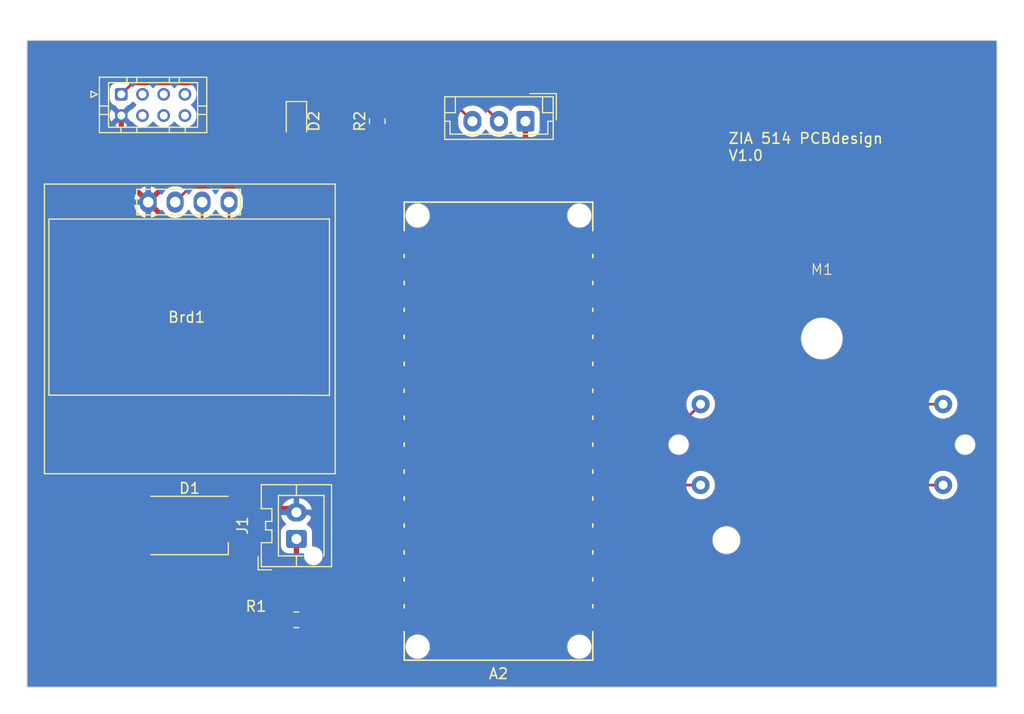
<source format=kicad_pcb>
(kicad_pcb (version 20221018) (generator pcbnew)
  (layers (0 "F.Cu" signal) (31 "B.Cu" signal) (34 "B.Paste" user) (35 "F.Paste" user) (36 "B.SilkS" user "B.Silkscreen") (37 "F.SilkS" user "F.Silkscreen") (38 "B.Mask" user) (39 "F.Mask" user) (44 "Edge.Cuts" user))
  (net 0 "")
  (net 15 "GND")
  (net 16 "unconnected-(A2-GND-PadGND1)")
  (net 17 "Net-(D1-A)")
  (net 18 "Net-(BT1-+)")
  (net 19 "Net-(D2-A)")
  (net 20 "Net-(SW1-C)")
  (net 24 "/3v3")
  (net 25 "/A0")
  (net 26 "/A1")
  (net 27 "/SDA")
  (net 28 "/SCL")
  (net 29 "/D2")
  (net 30 "/D3")
  (net 31 "/D4")
  (net 32 "/D8")
  (net 33 "/D9")
  (net 34 "/Vin")
  (footprint "Resistor_SMD:R_0805_2012Metric_Pad1.20x1.40mm_HandSolder" (layer "F.Cu") (at 116.84 60.96 90)
    (fp_text reference "R2" (at 0 -1.65 90) (layer "F.SilkS"))
    (fp_text value "85Ω" hide)
    (fp_line (start -0.227064 -0.735) (end 0.227064 -0.735) (stroke (width 0.12)) (layer "F.SilkS"))
    (fp_line (start -0.227064 0.735) (end 0.227064 0.735) (stroke (width 0.12)) (layer "F.SilkS"))
    (pad "1" smd roundrect (at -1 0 90) (size 1.2 1.4) (layers "F.Cu" "F.Paste" "F.Mask") (roundrect_rratio 0.2083333333) (net 19 "Net-(D2-A)"))
    (pad "2" smd roundrect (at 1 0 90) (size 1.2 1.4) (layers "F.Cu" "F.Paste" "F.Mask") (roundrect_rratio 0.2083333333) (net 20 "Net-(SW1-C)"))
  )
  (footprint "LED_SMD:LED_SK6812_PLCC4_5.0x5.0mm_P3.2mm" (layer "F.Cu") (at 99.15 99.06)
    (fp_text reference "D1" (at 0 -3.5) (layer "F.SilkS"))
    (fp_text value "LED_RGBA")
    (fp_line (start -3.65 -2.75) (end 3.65 -2.75) (stroke (width 0.12)) (layer "F.SilkS"))
    (fp_line (start -3.65 2.75) (end 3.65 2.75) (stroke (width 0.12)) (layer "F.SilkS"))
    (fp_line (start 3.65 2.75) (end 3.65 1.6) (stroke (width 0.12)) (layer "F.SilkS"))
    (pad "1" smd rect (at 2.45 1.6) (size 1.5 1) (layers "F.Cu" "F.Paste" "F.Mask") (net 15 "GND"))
    (pad "2" smd rect (at 2.45 -1.6) (size 1.5 1) (layers "F.Cu" "F.Paste" "F.Mask") (net 15 "GND"))
    (pad "3" smd rect (at -2.45 -1.6) (size 1.5 1) (layers "F.Cu" "F.Paste" "F.Mask") (net 15 "GND"))
    (pad "4" smd rect (at -2.45 1.6) (size 1.5 1) (layers "F.Cu" "F.Paste" "F.Mask") (net 17 "Net-(D1-A)"))
  )
  (footprint "Connector_JST:JST_XA_B02B-XASK-1-A_1x02_P2.50mm_Vertical" (layer "F.Cu") (at 109.22 100.33 90)
    (fp_text reference "J1" (at 1.25 -5.08 90) (layer "F.SilkS"))
    (fp_text value "Conn_01x02_Pin")
    (fp_line (start -2.91 -3.61) (end -2.91 -2.36) (stroke (width 0.12)) (layer "F.SilkS"))
    (fp_line (start -2.61 -3.31) (end -2.61 3.31) (stroke (width 0.12)) (layer "F.SilkS"))
    (fp_line (start -2.61 0) (end -1.6 0) (stroke (width 0.12)) (layer "F.SilkS"))
    (fp_line (start -2.61 3.31) (end 5.11 3.31) (stroke (width 0.12)) (layer "F.SilkS"))
    (fp_line (start -1.66 -3.61) (end -2.91 -3.61) (stroke (width 0.12)) (layer "F.SilkS"))
    (fp_line (start -1.6 -1.7) (end 4.1 -1.7) (stroke (width 0.12)) (layer "F.SilkS"))
    (fp_line (start -1.6 0.6) (end -1.6 -1.7) (stroke (width 0.12)) (layer "F.SilkS"))
    (fp_line (start -0.35 -3.31) (end -2.61 -3.31) (stroke (width 0.12)) (layer "F.SilkS"))
    (fp_line (start -0.35 -2.31) (end -0.35 -3.31) (stroke (width 0.12)) (layer "F.SilkS"))
    (fp_line (start 0.85 -2.91) (end 0.85 -2.31) (stroke (width 0.12)) (layer "F.SilkS"))
    (fp_line (start 0.85 -2.31) (end -0.35 -2.31) (stroke (width 0.12)) (layer "F.SilkS"))
    (fp_line (start 1.65 -2.91) (end 0.85 -2.91) (stroke (width 0.12)) (layer "F.SilkS"))
    (fp_line (start 1.65 -2.31) (end 1.65 -2.91) (stroke (width 0.12)) (layer "F.SilkS"))
    (fp_line (start 2.85 -3.31) (end 2.85 -2.31) (stroke (width 0.12)) (layer "F.SilkS"))
    (fp_line (start 2.85 -2.31) (end 1.65 -2.31) (stroke (width 0.12)) (layer "F.SilkS"))
    (fp_line (start 4.1 -1.7) (end 4.1 2.6) (stroke (width 0.12)) (layer "F.SilkS"))
    (fp_line (start 4.1 2.6) (end -1.6 2.6) (stroke (width 0.12)) (layer "F.SilkS"))
    (fp_line (start 5.11 -3.31) (end 2.85 -3.31) (stroke (width 0.12)) (layer "F.SilkS"))
    (fp_line (start 5.11 0) (end 4.1 0) (stroke (width 0.12)) (layer "F.SilkS"))
    (fp_line (start 5.11 3.31) (end 5.11 -3.31) (stroke (width 0.12)) (layer "F.SilkS"))
    (pad "" np_thru_hole circle (at -1.6 1.6 90) (size 1.25 1.25) (drill 1.25) (layers "*.Cu" "*.Mask"))
    (pad "1" thru_hole roundrect (at 0 0 90) (size 1.7 1.95) (drill 0.95) (layers "*.Cu" "*.Mask") (roundrect_rratio 0.1470588235) (net 34 "/Vin"))
    (pad "2" thru_hole oval (at 2.5 0 90) (size 1.7 1.95) (drill 0.95) (layers "*.Cu" "*.Mask") (net 15 "GND"))
  )
  (footprint "ssd1306:128x64OLED" (layer "F.Cu") (at 98.87 79.18)
    (fp_text reference "Brd1" (at 0 0.254) (layer "F.SilkS"))
    (fp_text value "SSD1306")
    (fp_line (start -13.4 -12.3) (end 14 -12.3) (stroke (width 0.12)) (layer "F.SilkS"))
    (fp_line (start -13.4 15) (end -13.4 -12.3) (stroke (width 0.12)) (layer "F.SilkS"))
    (fp_line (start -12.978 -9.005) (end 10.122 -9.005) (stroke (width 0.12)) (layer "F.SilkS"))
    (fp_line (start -12.978 7.595) (end -12.978 -9.005) (stroke (width 0.12)) (layer "F.SilkS"))
    (fp_line (start -4.699 -11.811) (end -4.699 -9.398) (stroke (width 0.12)) (layer "F.SilkS"))
    (fp_line (start -4.699 -11.811) (end 5.08 -11.811) (stroke (width 0.12)) (layer "F.SilkS"))
    (fp_line (start 5.08 -11.811) (end 5.08 -9.398) (stroke (width 0.12)) (layer "F.SilkS"))
    (fp_line (start 5.08 -9.398) (end -4.699 -9.398) (stroke (width 0.12)) (layer "F.SilkS"))
    (fp_line (start 10.122 -9.005) (end 13.208 -9.005) (stroke (width 0.12)) (layer "F.SilkS"))
    (fp_line (start 10.122 7.595) (end -12.978 7.595) (stroke (width 0.12)) (layer "F.SilkS"))
    (fp_line (start 10.122 7.595) (end 13.462 7.62) (stroke (width 0.12)) (layer "F.SilkS"))
    (fp_line (start 13.462 -9.017) (end 13.208 -9.005) (stroke (width 0.12)) (layer "F.SilkS"))
    (fp_line (start 13.462 7.62) (end 13.462 -9.017) (stroke (width 0.12)) (layer "F.SilkS"))
    (fp_line (start 14 -12.3) (end 14 15) (stroke (width 0.12)) (layer "F.SilkS"))
    (fp_line (start 14 15) (end -13.4 15) (stroke (width 0.12)) (layer "F.SilkS"))
    (pad "1" thru_hole oval (at -3.62 -10.6 90) (size 2 1.6) (drill 1) (layers "*.Cu" "*.Mask") (net 15 "GND"))
    (pad "2" thru_hole oval (at -1.08 -10.6 90) (size 2 1.6) (drill 1) (layers "*.Cu" "*.Mask") (net 24 "/3v3"))
    (pad "3" thru_hole oval (at 1.46 -10.6 90) (size 2 1.6) (drill 1) (layers "*.Cu" "*.Mask") (net 28 "/SCL"))
    (pad "4" thru_hole oval (at 4 -10.6 90) (size 2 1.6) (drill 1) (layers "*.Cu" "*.Mask") (net 27 "/SDA"))
  )
  (footprint "esp32_footprint:Arduino_Nano_ESP32_Tile" (layer "F.Cu") (at 128.27 68.58 180)
    (fp_text reference "A2" (at 0 -44.45) (layer "F.SilkS"))
    (fp_text value "Arduino_Nano_ESP32_Tile")
    (fp_line (start -8.89 -43.18) (end -8.89 -40.4876) (stroke (width 0.15)) (layer "F.SilkS"))
    (fp_line (start -8.89 -43.18) (end 8.89 -43.18) (stroke (width 0.15)) (layer "F.SilkS"))
    (fp_line (start -8.89 -38.2524) (end -8.89 -37.9476) (stroke (width 0.15)) (layer "F.SilkS"))
    (fp_line (start -8.89 -35.7124) (end -8.89 -35.4076) (stroke (width 0.15)) (layer "F.SilkS"))
    (fp_line (start -8.89 -33.1724) (end -8.89 -32.8676) (stroke (width 0.15)) (layer "F.SilkS"))
    (fp_line (start -8.89 -30.6324) (end -8.89 -30.3276) (stroke (width 0.15)) (layer "F.SilkS"))
    (fp_line (start -8.89 -28.0924) (end -8.89 -27.7876) (stroke (width 0.15)) (layer "F.SilkS"))
    (fp_line (start -8.89 -25.5524) (end -8.89 -25.2476) (stroke (width 0.15)) (layer "F.SilkS"))
    (fp_line (start -8.89 -23.0124) (end -8.89 -22.7076) (stroke (width 0.15)) (layer "F.SilkS"))
    (fp_line (start -8.89 -20.4724) (end -8.89 -20.1676) (stroke (width 0.15)) (layer "F.SilkS"))
    (fp_line (start -8.89 -17.9324) (end -8.89 -17.6276) (stroke (width 0.15)) (layer "F.SilkS"))
    (fp_line (start -8.89 -15.3924) (end -8.89 -15.0876) (stroke (width 0.15)) (layer "F.SilkS"))
    (fp_line (start -8.89 -12.8524) (end -8.89 -12.5476) (stroke (width 0.15)) (layer "F.SilkS"))
    (fp_line (start -8.89 -10.3124) (end -8.89 -10.0076) (stroke (width 0.15)) (layer "F.SilkS"))
    (fp_line (start -8.89 -7.7724) (end -8.89 -7.4676) (stroke (width 0.15)) (layer "F.SilkS"))
    (fp_line (start -8.89 -5.2324) (end -8.89 -4.9276) (stroke (width 0.15)) (layer "F.SilkS"))
    (fp_line (start -8.89 -2.6924) (end -8.89 0) (stroke (width 0.15)) (layer "F.SilkS"))
    (fp_line (start -8.89 0) (end 8.89 0) (stroke (width 0.15)) (layer "F.SilkS"))
    (fp_line (start 8.89 -43.18) (end 8.89 -40.4876) (stroke (width 0.15)) (layer "F.SilkS"))
    (fp_line (start 8.89 -38.2524) (end 8.89 -37.9476) (stroke (width 0.15)) (layer "F.SilkS"))
    (fp_line (start 8.89 -35.7124) (end 8.89 -35.4076) (stroke (width 0.15)) (layer "F.SilkS"))
    (fp_line (start 8.89 -33.1724) (end 8.89 -32.8676) (stroke (width 0.15)) (layer "F.SilkS"))
    (fp_line (start 8.89 -30.6324) (end 8.89 -30.3276) (stroke (width 0.15)) (layer "F.SilkS"))
    (fp_line (start 8.89 -28.0924) (end 8.89 -27.7876) (stroke (width 0.15)) (layer "F.SilkS"))
    (fp_line (start 8.89 -25.5524) (end 8.89 -25.2476) (stroke (width 0.15)) (layer "F.SilkS"))
    (fp_line (start 8.89 -23.0124) (end 8.89 -22.7076) (stroke (width 0.15)) (layer "F.SilkS"))
    (fp_line (start 8.89 -20.4724) (end 8.89 -20.1676) (stroke (width 0.15)) (layer "F.SilkS"))
    (fp_line (start 8.89 -17.9324) (end 8.89 -17.6276) (stroke (width 0.15)) (layer "F.SilkS"))
    (fp_line (start 8.89 -15.3924) (end 8.89 -15.0876) (stroke (width 0.15)) (layer "F.SilkS"))
    (fp_line (start 8.89 -12.8524) (end 8.89 -12.5476) (stroke (width 0.15)) (layer "F.SilkS"))
    (fp_line (start 8.89 -10.3124) (end 8.89 -10.0076) (stroke (width 0.15)) (layer "F.SilkS"))
    (fp_line (start 8.89 -7.7724) (end 8.89 -7.4676) (stroke (width 0.15)) (layer "F.SilkS"))
    (fp_line (start 8.89 -5.2324) (end 8.89 -4.9276) (stroke (width 0.15)) (layer "F.SilkS"))
    (fp_line (start 8.89 -2.6924) (end 8.89 0) (stroke (width 0.15)) (layer "F.SilkS"))
    (pad "" np_thru_hole circle (at -7.62 -41.91 180) (size 1.8 1.8) (drill 1.8) (layers "F&B.Cu" "*.Mask"))
    (pad "" np_thru_hole circle (at -7.62 -1.27 180) (size 1.8 1.8) (drill 1.8) (layers "F&B.Cu" "*.Mask"))
    (pad "" np_thru_hole circle (at 7.62 -41.91 180) (size 1.8 1.8) (drill 1.8) (layers "F&B.Cu" "*.Mask"))
    (pad "" np_thru_hole circle (at 7.62 -1.27 180) (size 1.8 1.8) (drill 1.8) (layers "F&B.Cu" "*.Mask"))
    (pad "3V3" smd oval (at 9.525 -6.35 180) (size 2.9972 1.7272) (layers "F.Cu" "F.Paste" "F.Mask") (net 24 "/3v3"))
    (pad "5V" smd oval (at 9.525 -31.75 180) (size 2.9972 1.7272) (layers "F.Cu" "F.Paste" "F.Mask"))
    (pad "A0" smd oval (at 9.525 -11.43 180) (size 2.9972 1.7272) (layers "F.Cu" "F.Paste" "F.Mask") (net 25 "/A0"))
    (pad "A1" smd oval (at 9.525 -13.97 180) (size 2.9972 1.7272) (layers "F.Cu" "F.Paste" "F.Mask") (net 26 "/A1"))
    (pad "A2" smd oval (at 9.525 -16.51 180) (size 2.9972 1.7272) (layers "F.Cu" "F.Paste" "F.Mask"))
    (pad "A3" smd oval (at 9.525 -19.05 180) (size 2.9972 1.7272) (layers "F.Cu" "F.Paste" "F.Mask"))
    (pad "A4" smd oval (at 9.525 -21.59 180) (size 2.9972 1.7272) (layers "F.Cu" "F.Paste" "F.Mask") (net 27 "/SDA"))
    (pad "A5" smd oval (at 9.525 -24.13 180) (size 2.9972 1.7272) (layers "F.Cu" "F.Paste" "F.Mask") (net 28 "/SCL"))
    (pad "A6" smd oval (at 9.525 -26.67 180) (size 2.9972 1.7272) (layers "F.Cu" "F.Paste" "F.Mask"))
    (pad "A7" smd oval (at 9.525 -29.21 180) (size 2.9972 1.7272) (layers "F.Cu" "F.Paste" "F.Mask"))
    (pad "B0" smd oval (at 9.525 -8.89 180) (size 2.9972 1.7272) (layers "F.Cu" "F.Paste" "F.Mask"))
    (pad "B1" smd oval (at 9.525 -34.29 180) (size 2.9972 1.7272) (layers "F.Cu" "F.Paste" "F.Mask"))
    (pad "D0" smd oval (at -9.525 -36.83 180) (size 2.9972 1.7272) (layers "F.Cu" "F.Paste" "F.Mask"))
    (pad "D1" smd oval (at -9.525 -39.37 180) (size 2.9972 1.7272) (layers "F.Cu" "F.Paste" "F.Mask"))
    (pad "D2" smd oval (at -9.525 -29.21 180) (size 2.9972 1.7272) (layers "F.Cu" "F.Paste" "F.Mask") (net 29 "/D2"))
    (pad "D3" smd oval (at -9.525 -26.67 180) (size 2.9972 1.7272) (layers "F.Cu" "F.Paste" "F.Mask") (net 30 "/D3"))
    (pad "D4" smd oval (at -9.525 -24.13 180) (size 2.9972 1.7272) (layers "F.Cu" "F.Paste" "F.Mask") (net 31 "/D4"))
    (pad "D5" smd oval (at -9.525 -21.59 180) (size 2.9972 1.7272) (layers "F.Cu" "F.Paste" "F.Mask"))
    (pad "D6" smd oval (at -9.525 -19.05 180) (size 2.9972 1.7272) (layers "F.Cu" "F.Paste" "F.Mask"))
    (pad "D7" smd oval (at -9.525 -16.51 180) (size 2.9972 1.7272) (layers "F.Cu" "F.Paste" "F.Mask"))
    (pad "D8" smd oval (at -9.525 -13.97 180) (size 2.9972 1.7272) (layers "F.Cu" "F.Paste" "F.Mask") (net 32 "/D8"))
    (pad "D9" smd oval (at -9.525 -11.43 180) (size 2.9972 1.7272) (layers "F.Cu" "F.Paste" "F.Mask") (net 33 "/D9"))
    (pad "D10" smd oval (at -9.525 -8.89 180) (size 2.9972 1.7272) (layers "F.Cu" "F.Paste" "F.Mask"))
    (pad "D11" smd oval (at -9.525 -6.35 180) (size 2.9972 1.7272) (layers "F.Cu" "F.Paste" "F.Mask"))
    (pad "D12" smd oval (at -9.525 -3.81 180) (size 2.9972 1.7272) (layers "F.Cu" "F.Paste" "F.Mask"))
    (pad "D13" smd oval (at 9.525 -3.81 180) (size 2.9972 1.7272) (layers "F.Cu" "F.Paste" "F.Mask"))
    (pad "GND1" smd rect (at -9.525 -31.75 180) (size 2.9972 1.7272) (layers "F.Cu" "F.Paste" "F.Mask") (net 16 "unconnected-(A2-GND-PadGND1)"))
    (pad "GND2" smd rect (at 9.525 -36.83 180) (size 2.9972 1.7272) (layers "F.Cu" "F.Paste" "F.Mask") (net 15 "GND"))
    (pad "RST" smd oval (at -9.525 -34.29 180) (size 2.9972 1.7272) (layers "F.Cu" "F.Paste" "F.Mask"))
    (pad "VIN" smd oval (at 9.525 -39.37 180) (size 2.9972 1.7272) (layers "F.Cu" "F.Paste" "F.Mask") (net 34 "/Vin"))
  )
  (footprint "Connector_JST:JST_PHD_B8B-PHDSS_2x04_P2.00mm_Vertical" (layer "F.Cu") (at 92.71 58.42)
    (fp_text reference "BT1" hide)
    (fp_text value "Battery_Cell")
    (fp_line (start -2.86 -0.3) (end -2.26 0) (stroke (width 0.12)) (layer "F.SilkS"))
    (fp_line (start -2.86 0.3) (end -2.86 -0.3) (stroke (width 0.12)) (layer "F.SilkS"))
    (fp_line (start -2.26 0) (end -2.86 0.3) (stroke (width 0.12)) (layer "F.SilkS"))
    (fp_line (start -2.06 -1.61) (end -2.06 3.61) (stroke (width 0.12)) (layer "F.SilkS"))
    (fp_line (start -2.06 1.1) (end -1.2 1.1) (stroke (width 0.12)) (layer "F.SilkS"))
    (fp_line (start -2.06 1.9) (end -1.2 1.9) (stroke (width 0.12)) (layer "F.SilkS"))
    (fp_line (start -2.06 3.61) (end 8.06 3.61) (stroke (width 0.12)) (layer "F.SilkS"))
    (fp_line (start -1.2 -1.1) (end -1.2 3.1) (stroke (width 0.12)) (layer "F.SilkS"))
    (fp_line (start -1.2 3.1) (end 7.2 3.1) (stroke (width 0.12)) (layer "F.SilkS"))
    (fp_line (start -0.03 3.61) (end -0.03 3.1) (stroke (width 0.12)) (layer "F.SilkS"))
    (fp_line (start 0.53 -1.61) (end 0.53 -1.1) (stroke (width 0.12)) (layer "F.SilkS"))
    (fp_line (start 1.47 -1.61) (end 1.47 -1.1) (stroke (width 0.12)) (layer "F.SilkS"))
    (fp_line (start 1.47 3.61) (end 1.47 3.1) (stroke (width 0.12)) (layer "F.SilkS"))
    (fp_line (start 4.53 -1.61) (end 4.53 -1.1) (stroke (width 0.12)) (layer "F.SilkS"))
    (fp_line (start 4.53 3.61) (end 4.53 3.1) (stroke (width 0.12)) (layer "F.SilkS"))
    (fp_line (start 5.47 -1.61) (end 5.47 -1.1) (stroke (width 0.12)) (layer "F.SilkS"))
    (fp_line (start 6.03 3.61) (end 6.03 3.1) (stroke (width 0.12)) (layer "F.SilkS"))
    (fp_line (start 7.2 -1.1) (end -1.2 -1.1) (stroke (width 0.12)) (layer "F.SilkS"))
    (fp_line (start 7.2 3.1) (end 7.2 -1.1) (stroke (width 0.12)) (layer "F.SilkS"))
    (fp_line (start 8.06 -1.61) (end -2.06 -1.61) (stroke (width 0.12)) (layer "F.SilkS"))
    (fp_line (start 8.06 1.1) (end 7.2 1.1) (stroke (width 0.12)) (layer "F.SilkS"))
    (fp_line (start 8.06 1.9) (end 7.2 1.9) (stroke (width 0.12)) (layer "F.SilkS"))
    (fp_line (start 8.06 3.61) (end 8.06 -1.61) (stroke (width 0.12)) (layer "F.SilkS"))
    (pad "1" thru_hole roundrect (at 0 0) (size 1.2 1.2) (drill 0.75) (layers "*.Cu" "*.Mask") (roundrect_rratio 0.2083333333) (net 18 "Net-(BT1-+)"))
    (pad "2" thru_hole circle (at 0 2) (size 1.2 1.2) (drill 0.75) (layers "*.Cu" "*.Mask") (net 15 "GND"))
    (pad "3" thru_hole circle (at 2 0) (size 1.2 1.2) (drill 0.75) (layers "*.Cu" "*.Mask"))
    (pad "4" thru_hole circle (at 2 2) (size 1.2 1.2) (drill 0.75) (layers "*.Cu" "*.Mask"))
    (pad "5" thru_hole circle (at 4 0) (size 1.2 1.2) (drill 0.75) (layers "*.Cu" "*.Mask"))
    (pad "6" thru_hole circle (at 4 2) (size 1.2 1.2) (drill 0.75) (layers "*.Cu" "*.Mask"))
    (pad "7" thru_hole circle (at 6 0) (size 1.2 1.2) (drill 0.75) (layers "*.Cu" "*.Mask"))
    (pad "8" thru_hole circle (at 6 2) (size 1.2 1.2) (drill 0.75) (layers "*.Cu" "*.Mask"))
  )
  (footprint "x27_footprint:x27_stepper" (layer "F.Cu") (at 161.29 101.6)
    (fp_text reference "M1" (at -2.54 -26.67 unlocked) (layer "F.SilkS") (effects (font (thickness 0.1))))
    (fp_text value "Stepper_Motor_bipolar")
    (fp_circle (center -16.04 -10.16) (end -15.09 -10.16) (stroke (width 0.05)) (fill none) (layer "Edge.Cuts"))
    (fp_circle (center -11.54 -1.16) (end -10.24 -1.16) (stroke (width 0.05)) (fill none) (layer "Edge.Cuts"))
    (fp_circle (center -2.54 -20.16) (end -0.59 -20.16) (stroke (width 0.05)) (fill none) (layer "Edge.Cuts"))
    (fp_circle (center 10.96 -10.16) (end 11.91 -10.16) (stroke (width 0.05)) (fill none) (layer "Edge.Cuts"))
    (pad "1" thru_hole circle (at 8.89 -13.97) (size 1.7 1.7) (drill 0.85) (layers "*.Cu" "*.Mask") (net 33 "/D9"))
    (pad "2" thru_hole circle (at 8.89 -6.35) (size 1.7 1.7) (drill 0.85) (layers "*.Cu" "*.Mask") (net 32 "/D8"))
    (pad "3" thru_hole circle (at -13.97 -6.35) (size 1.7 1.7) (drill 0.85) (layers "*.Cu" "*.Mask") (net 30 "/D3"))
    (pad "4" thru_hole circle (at -13.97 -13.97) (size 1.7 1.7) (drill 0.85) (layers "*.Cu" "*.Mask") (net 31 "/D4"))
  )
  (footprint "Connector_JST:JST_EH_B3B-EH-A_1x03_P2.50mm_Vertical" (layer "F.Cu") (at 130.81 60.96 180)
    (fp_text reference "SW1" hide)
    (fp_text value "SW_SPDT")
    (fp_line (start -2.91 0.11) (end -2.91 2.61) (stroke (width 0.12)) (layer "F.SilkS"))
    (fp_line (start -2.91 2.61) (end -0.41 2.61) (stroke (width 0.12)) (layer "F.SilkS"))
    (fp_line (start -2.61 -1.71) (end -2.61 2.31) (stroke (width 0.12)) (layer "F.SilkS"))
    (fp_line (start -2.61 0) (end -2.11 0) (stroke (width 0.12)) (layer "F.SilkS"))
    (fp_line (start -2.61 0.81) (end -1.61 0.81) (stroke (width 0.12)) (layer "F.SilkS"))
    (fp_line (start -2.61 2.31) (end 7.61 2.31) (stroke (width 0.12)) (layer "F.SilkS"))
    (fp_line (start -2.11 -1.21) (end 7.11 -1.21) (stroke (width 0.12)) (layer "F.SilkS"))
    (fp_line (start -2.11 0) (end -2.11 -1.21) (stroke (width 0.12)) (layer "F.SilkS"))
    (fp_line (start -1.61 0.81) (end -1.61 2.31) (stroke (width 0.12)) (layer "F.SilkS"))
    (fp_line (start 6.61 0.81) (end 6.61 2.31) (stroke (width 0.12)) (layer "F.SilkS"))
    (fp_line (start 7.11 -1.21) (end 7.11 0) (stroke (width 0.12)) (layer "F.SilkS"))
    (fp_line (start 7.11 0) (end 7.61 0) (stroke (width 0.12)) (layer "F.SilkS"))
    (fp_line (start 7.61 -1.71) (end -2.61 -1.71) (stroke (width 0.12)) (layer "F.SilkS"))
    (fp_line (start 7.61 0.81) (end 6.61 0.81) (stroke (width 0.12)) (layer "F.SilkS"))
    (fp_line (start 7.61 2.31) (end 7.61 -1.71) (stroke (width 0.12)) (layer "F.SilkS"))
    (pad "1" thru_hole roundrect (at 0 0 180) (size 1.7 1.95) (drill 0.95) (layers "*.Cu" "*.Mask") (roundrect_rratio 0.1470588235) (net 34 "/Vin"))
    (pad "2" thru_hole oval (at 2.5 0 180) (size 1.7 1.95) (drill 0.95) (layers "*.Cu" "*.Mask") (net 18 "Net-(BT1-+)"))
    (pad "3" thru_hole oval (at 5 0 180) (size 1.7 1.95) (drill 0.95) (layers "*.Cu" "*.Mask") (net 20 "Net-(SW1-C)"))
  )
  (footprint "LED_SMD:LED_0805_2012Metric_Pad1.15x1.40mm_HandSolder" (layer "F.Cu") (at 109.22 60.96 -90)
    (fp_text reference "D2" (at 0 -1.65 90) (layer "F.SilkS"))
    (fp_text value "LED" hide)
    (fp_line (start -1.86 -0.96) (end -1.86 0.96) (stroke (width 0.12)) (layer "F.SilkS"))
    (fp_line (start -1.86 0.96) (end 1 0.96) (stroke (width 0.12)) (layer "F.SilkS"))
    (fp_line (start 1 -0.96) (end -1.86 -0.96) (stroke (width 0.12)) (layer "F.SilkS"))
    (pad "1" smd roundrect (at -1.025 0 270) (size 1.15 1.4) (layers "F.Cu" "F.Paste" "F.Mask") (roundrect_rratio 0.2173913043) (net 15 "GND"))
    (pad "2" smd roundrect (at 1.025 0 270) (size 1.15 1.4) (layers "F.Cu" "F.Paste" "F.Mask") (roundrect_rratio 0.2173913043) (net 19 "Net-(D2-A)"))
  )
  (footprint "Resistor_SMD:R_0805_2012Metric_Pad1.20x1.40mm_HandSolder" (layer "F.Cu") (at 109.22 107.95)
    (fp_text reference "R1" (at -3.81 -1.27) (layer "F.SilkS"))
    (fp_text value "85Ω" hide)
    (fp_line (start -0.227064 -0.735) (end 0.227064 -0.735) (stroke (width 0.12)) (layer "F.SilkS"))
    (fp_line (start -0.227064 0.735) (end 0.227064 0.735) (stroke (width 0.12)) (layer "F.SilkS"))
    (pad "1" smd roundrect (at -1 0) (size 1.2 1.4) (layers "F.Cu" "F.Paste" "F.Mask") (roundrect_rratio 0.2083333333) (net 17 "Net-(D1-A)"))
    (pad "2" smd roundrect (at 1 0) (size 1.2 1.4) (layers "F.Cu" "F.Paste" "F.Mask") (roundrect_rratio 0.2083333333) (net 29 "/D2"))
  )
  (gr_line (start 83.82 114.3) (end 83.82 53.34) (stroke (width 0.1)) (layer "Edge.Cuts"))
  (gr_line (start 175.26 53.34) (end 83.82 53.34) (stroke (width 0.1)) (layer "Edge.Cuts"))
  (gr_line (start 175.26 114.3) (end 83.82 114.3) (stroke (width 0.1)) (layer "Edge.Cuts"))
  (gr_line (start 175.26 53.34) (end 175.26 114.3) (stroke (width 0.1)) (layer "Edge.Cuts"))
  (gr_text "ZIA 514 PCBdesign\nV1.0" (at 149.86 64.77) (layer "F.SilkS") (effects (font (size 1 1)) (justify left bottom)))
  (segment (start 101.6 97.46) (end 108.85 97.46) (width 0.5) (layer "F.Cu") (net 15))
  (segment (start 110.53 97.83) (end 109.22 97.83) (width 0.5) (layer "F.Cu") (net 15))
  (segment (start 96.7 97.46) (end 96.7 70.03) (width 0.5) (layer "F.Cu") (net 15))
  (segment (start 118.11 105.41) (end 110.53 97.83) (width 0.5) (layer "F.Cu") (net 15))
  (segment (start 92.71 66.04) (end 92.71 60.42) (width 0.5) (layer "F.Cu") (net 15))
  (segment (start 118.745 105.41) (end 118.11 105.41) (width 0.5) (layer "F.Cu") (net 15))
  (segment (start 96.7 97.46) (end 101.6 97.46) (width 0.5) (layer "F.Cu") (net 15))
  (segment (start 108.85 97.46) (end 109.22 97.83) (width 0.5) (layer "F.Cu") (net 15))
  (segment (start 95.25 68.58) (end 103.895 59.935) (width 0.5) (layer "F.Cu") (net 15))
  (segment (start 96.7 70.03) (end 95.25 68.58) (width 0.5) (layer "F.Cu") (net 15))
  (segment (start 103.895 59.935) (end 109.22 59.935) (width 0.5) (layer "F.Cu") (net 15))
  (segment (start 95.25 68.58) (end 92.71 66.04) (width 0.5) (layer "F.Cu") (net 15))
  (segment (start 138.43 100.33) (end 137.795 100.33) (width 0.5) (layer "F.Cu") (net 16))
  (segment (start 96.7 100.66) (end 103.99 107.95) (width 0.254) (layer "F.Cu") (net 17))
  (segment (start 103.99 107.95) (end 108.22 107.95) (width 0.254) (layer "F.Cu") (net 17))
  (segment (start 92.71 58.42) (end 93.691 57.439) (width 0.254) (layer "F.Cu") (net 18))
  (segment (start 93.691 57.439) (end 124.789 57.439) (width 0.254) (layer "F.Cu") (net 18))
  (segment (start 124.789 57.439) (end 128.31 60.96) (width 0.254) (layer "F.Cu") (net 18))
  (segment (start 116.815 61.985) (end 116.84 61.96) (width 0.254) (layer "F.Cu") (net 19))
  (segment (start 109.22 61.985) (end 116.815 61.985) (width 0.254) (layer "F.Cu") (net 19))
  (segment (start 124.81 59.96) (end 125.81 60.96) (width 0.254) (layer "F.Cu") (net 20))
  (segment (start 116.84 59.96) (end 124.81 59.96) (width 0.254) (layer "F.Cu") (net 20))
  (segment (start 97.79 68.58) (end 99.171 67.199) (width 0.254) (layer "F.Cu") (net 24))
  (segment (start 111.014 67.199) (end 118.745 74.93) (width 0.254) (layer "F.Cu") (net 24))
  (segment (start 99.171 67.199) (end 111.014 67.199) (width 0.254) (layer "F.Cu") (net 24))
  (segment (start 102.87 68.58) (end 102.87 74.295) (width 0.254) (layer "F.Cu") (net 27))
  (segment (start 102.87 74.295) (end 118.745 90.17) (width 0.254) (layer "F.Cu") (net 27))
  (segment (start 100.33 74.295) (end 118.745 92.71) (width 0.254) (layer "F.Cu") (net 28))
  (segment (start 100.33 68.58) (end 100.33 74.295) (width 0.254) (layer "F.Cu") (net 28))
  (segment (start 124.4854 109.1946) (end 135.89 97.79) (width 0.254) (layer "F.Cu") (net 29))
  (segment (start 110.22 107.95) (end 111.4646 109.1946) (width 0.254) (layer "F.Cu") (net 29))
  (segment (start 111.4646 109.1946) (end 124.4854 109.1946) (width 0.254) (layer "F.Cu") (net 29))
  (segment (start 135.89 97.79) (end 137.795 97.79) (width 0.254) (layer "F.Cu") (net 29))
  (segment (start 137.795 95.25) (end 147.32 95.25) (width 0.254) (layer "F.Cu") (net 30))
  (segment (start 137.795 92.71) (end 142.24 92.71) (width 0.254) (layer "F.Cu") (net 31))
  (segment (start 142.24 92.71) (end 147.32 87.63) (width 0.254) (layer "F.Cu") (net 31))
  (segment (start 152.4 82.55) (end 137.795 82.55) (width 0.254) (layer "F.Cu") (net 32))
  (segment (start 170.18 95.25) (end 165.1 95.25) (width 0.254) (layer "F.Cu") (net 32))
  (segment (start 165.1 95.25) (end 152.4 82.55) (width 0.254) (layer "F.Cu") (net 32))
  (segment (start 153.020484 79.360484) (end 138.444516 79.360484) (width 0.254) (layer "F.Cu") (net 33))
  (segment (start 138.444516 79.360484) (end 137.795 80.01) (width 0.254) (layer "F.Cu") (net 33))
  (segment (start 170.18 87.63) (end 161.29 87.63) (width 0.254) (layer "F.Cu") (net 33))
  (segment (start 161.29 87.63) (end 153.020484 79.360484) (width 0.254) (layer "F.Cu") (net 33))
  (segment (start 130.81 60.96) (end 130.81 96.65) (width 0.5) (layer "F.Cu") (net 34))
  (segment (start 119.51 107.95) (end 118.745 107.95) (width 0.5) (layer "F.Cu") (net 34))
  (segment (start 118.745 107.95) (end 115.24901 107.95) (width 0.5) (layer "F.Cu") (net 34))
  (segment (start 109.22 101.92099) (end 109.22 100.33) (width 0.5) (layer "F.Cu") (net 34))
  (segment (start 115.24901 107.95) (end 109.22 101.92099) (width 0.5) (layer "F.Cu") (net 34))
  (segment (start 130.81 96.65) (end 119.51 107.95) (width 0.5) (layer "F.Cu") (net 34))
  (segment (start 118.745 107.95) (end 120.089899 107.95) (width 0.5) (layer "F.Cu") (net 34))
  (zone (net 15) (net_name "GND") (layers "F&B.Cu") (connect_pads (clearance 0.5)) (min_thickness 0.25) (fill yes (thermal_gap 0.5) (thermal_bridge_width 0.5))
    (polygon (pts (xy 81.28 49.53) (xy 177.8 50.8) (xy 177.8 116.84) (xy 82.55 116.84)))
  )
)
</source>
